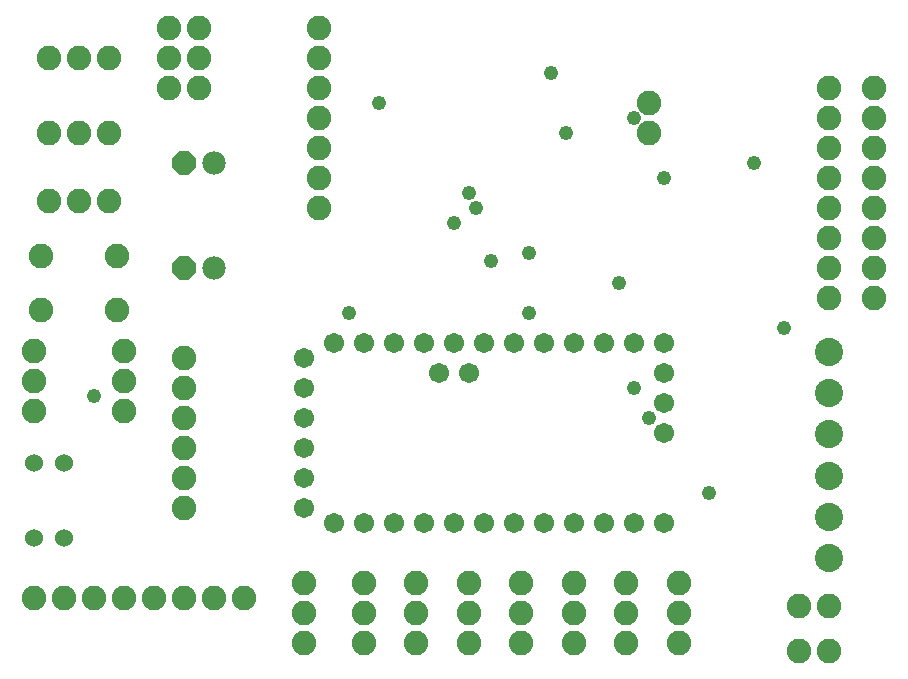
<source format=gbs>
G75*
%MOIN*%
%OFA0B0*%
%FSLAX25Y25*%
%IPPOS*%
%LPD*%
%AMOC8*
5,1,8,0,0,1.08239X$1,22.5*
%
%ADD10C,0.09400*%
%ADD11C,0.06000*%
%ADD12C,0.06737*%
%ADD13C,0.08200*%
%ADD14OC8,0.07800*%
%ADD15C,0.07800*%
%ADD16C,0.04800*%
D10*
X0276000Y0045674D03*
X0276000Y0059453D03*
X0276000Y0073174D03*
X0276000Y0086953D03*
X0276000Y0100674D03*
X0276000Y0114453D03*
D11*
X0021000Y0077367D03*
X0011000Y0077367D03*
X0011000Y0052367D03*
X0021000Y0052367D03*
D12*
X0101000Y0062367D03*
X0101000Y0072367D03*
X0101000Y0082367D03*
X0101000Y0092367D03*
X0101000Y0102367D03*
X0101000Y0112367D03*
X0111000Y0117367D03*
X0121000Y0117367D03*
X0131000Y0117367D03*
X0141000Y0117367D03*
X0151000Y0117367D03*
X0161000Y0117367D03*
X0171000Y0117367D03*
X0181000Y0117367D03*
X0191000Y0117367D03*
X0201000Y0117367D03*
X0211000Y0117367D03*
X0221000Y0117367D03*
X0221000Y0107367D03*
X0221000Y0097367D03*
X0221000Y0087367D03*
X0221000Y0057367D03*
X0211000Y0057367D03*
X0201000Y0057367D03*
X0191000Y0057367D03*
X0181000Y0057367D03*
X0171000Y0057367D03*
X0161000Y0057367D03*
X0151000Y0057367D03*
X0141000Y0057367D03*
X0131000Y0057367D03*
X0121000Y0057367D03*
X0111000Y0057367D03*
X0146000Y0107367D03*
X0156000Y0107367D03*
D13*
X0011000Y0032367D03*
X0021000Y0032367D03*
X0031000Y0032367D03*
X0041000Y0032367D03*
X0051000Y0032367D03*
X0061000Y0032367D03*
X0071000Y0032367D03*
X0081000Y0032367D03*
X0101000Y0037367D03*
X0101000Y0027367D03*
X0101000Y0017367D03*
X0121000Y0017367D03*
X0121000Y0027367D03*
X0121000Y0037367D03*
X0138500Y0037367D03*
X0138500Y0027367D03*
X0138500Y0017367D03*
X0156000Y0017367D03*
X0156000Y0027367D03*
X0156000Y0037367D03*
X0173500Y0037367D03*
X0173500Y0027367D03*
X0173500Y0017367D03*
X0191000Y0017367D03*
X0191000Y0027367D03*
X0191000Y0037367D03*
X0208500Y0037367D03*
X0208500Y0027367D03*
X0208500Y0017367D03*
X0226000Y0017367D03*
X0226000Y0027367D03*
X0226000Y0037367D03*
X0266000Y0029867D03*
X0276000Y0029867D03*
X0276000Y0014867D03*
X0266000Y0014867D03*
X0276000Y0132367D03*
X0276000Y0142367D03*
X0276000Y0152367D03*
X0276000Y0162367D03*
X0276000Y0172367D03*
X0276000Y0182367D03*
X0276000Y0192367D03*
X0276000Y0202367D03*
X0291000Y0202367D03*
X0291000Y0192367D03*
X0291000Y0182367D03*
X0291000Y0172367D03*
X0291000Y0162367D03*
X0291000Y0152367D03*
X0291000Y0142367D03*
X0291000Y0132367D03*
X0216000Y0187367D03*
X0216000Y0197367D03*
X0106000Y0202367D03*
X0106000Y0212367D03*
X0106000Y0222367D03*
X0106000Y0192367D03*
X0106000Y0182367D03*
X0106000Y0172367D03*
X0106000Y0162367D03*
X0066000Y0202367D03*
X0056000Y0202367D03*
X0056000Y0212367D03*
X0066000Y0212367D03*
X0066000Y0222367D03*
X0056000Y0222367D03*
X0036000Y0212367D03*
X0026000Y0212367D03*
X0016000Y0212367D03*
X0016000Y0187367D03*
X0026000Y0187367D03*
X0036000Y0187367D03*
X0036000Y0164867D03*
X0026000Y0164867D03*
X0016000Y0164867D03*
X0013200Y0146267D03*
X0013200Y0128467D03*
X0011000Y0114867D03*
X0011000Y0104867D03*
X0011000Y0094867D03*
X0041000Y0094867D03*
X0041000Y0104867D03*
X0041000Y0114867D03*
X0038800Y0128467D03*
X0038800Y0146267D03*
X0061000Y0112367D03*
X0061000Y0102367D03*
X0061000Y0092367D03*
X0061000Y0082367D03*
X0061000Y0072367D03*
X0061000Y0062367D03*
D14*
X0061000Y0142367D03*
X0061000Y0177367D03*
D15*
X0071000Y0177367D03*
X0071000Y0142367D03*
D16*
X0116000Y0127367D03*
X0151000Y0157367D03*
X0158500Y0162367D03*
X0156000Y0167367D03*
X0176000Y0147367D03*
X0163500Y0144867D03*
X0176000Y0127367D03*
X0206000Y0137367D03*
X0211000Y0102367D03*
X0216000Y0092367D03*
X0236000Y0067367D03*
X0261000Y0122367D03*
X0221000Y0172367D03*
X0211000Y0192367D03*
X0188500Y0187367D03*
X0183500Y0207367D03*
X0126000Y0197367D03*
X0251000Y0177367D03*
X0031000Y0099867D03*
M02*

</source>
